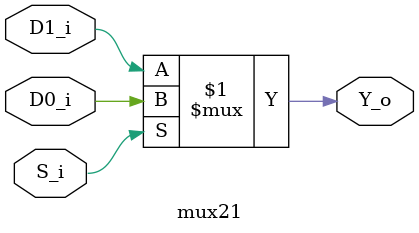
<source format=v>
module mux21 (
    input  D0_i,
    input  D1_i,
    input  S_i,
    output Y_o
);

    assign Y_o = S_i ? D0_i : D1_i;
    
endmodule
</source>
